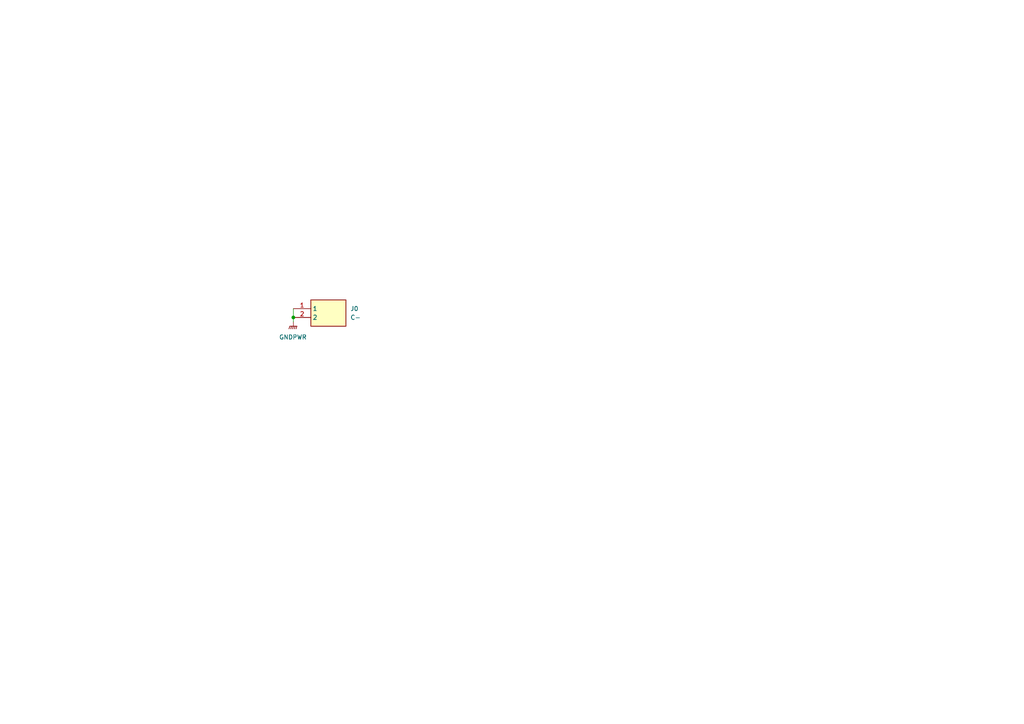
<source format=kicad_sch>
(kicad_sch (version 20211123) (generator eeschema)
  (paper "A4")
  (lib_symbols
    (symbol "SpadeLugs:19705-4303"
      (property "Value" "19705-4303" (at 0 0 0))
      (property "Reference_1" "J" (at 16.51 7.62 0))
      (property "Value_1" "19705-4303" (at 16.51 5.08 0))
      (symbol "19705-4303_1_1"
        (rectangle (start 5.08 2.54) (end 15.24 -5.08) (stroke (width 0.254)) (fill (type background)))
        (pin passive line (at 0 0 0) (length 5.08) (name "1") (number "1"))
        (pin passive line (at 0 -2.54 0) (length 5.08) (name "2") (number "2"))
      )
    )
    (symbol "power:GNDPWR" (power) (pin_names (offset 0))
      (property "Value" "GNDPWR" (at 0 -3.302 0))
      (symbol "GNDPWR_0_1"
        (polyline (pts (xy 0 -1.27) (xy 0 0)))
        (polyline (pts (xy -1.016 -1.27) (xy -1.27 -2.032) (xy -1.27 -2.032)) (stroke (width 0.2032)))
        (polyline (pts (xy -0.508 -1.27) (xy -0.762 -2.032) (xy -0.762 -2.032)) (stroke (width 0.2032)))
        (polyline (pts (xy 0 -1.27) (xy -0.254 -2.032) (xy -0.254 -2.032)) (stroke (width 0.2032)))
        (polyline (pts (xy 0.508 -1.27) (xy 0.254 -2.032) (xy 0.254 -2.032)) (stroke (width 0.2032)))
        (polyline (pts (xy 1.016 -1.27) (xy -1.016 -1.27) (xy -1.016 -1.27)) (stroke (width 0.2032)))
        (polyline (pts (xy 1.016 -1.27) (xy 0.762 -2.032) (xy 0.762 -2.032) (xy 0.762 -2.032)) (stroke (width 0.2032)))
      )
      (symbol "GNDPWR_1_1"
        (pin power_in line (at 0 0 270) (length 0) hide (name "GNDPWR") (number "1"))
      )
    )
  )
  (junction (at 85.09 92.075))
  (wire (pts (xy 85.09 89.535) (xy 85.09 92.075)))
  (wire (pts (xy 85.09 92.075) (xy 85.09 93.345)))
  (symbol (lib_id "power:GNDPWR") (at 85.09 93.345 0) (unit 1)
    (property "Reference" "#PWR?" (effects hide))
    (property "Value" "GNDPWR" (at 84.963 97.79 0))
  )
  (symbol (lib_id "SpadeLugs:19705-4303") (at 85.09 89.535 0) (unit 1)
    (property "Reference" "J0" (at 101.6 89.5349 0) (effects (justify left)))
    (property "Value" "C-" (at 101.6 92.0749 0) (effects (justify left)))
    (property "Footprint" "SpadeLugs:197054303" (effects hide))
    (property "Reference_1" "J" (effects hide))
    (property "Value_1" "19705-4303" (effects hide))
    (property "Footprint_1" "197054303" (effects hide))
    (property "Datasheet_1" "https://www.molex.com/pdm_docs/sd/197054303_sd.pdf" (effects hide))
    (property "Height" "10.29" (effects hide))
    (property "Mouser Part Number" "538-19705-4303" (effects hide))
    (property "Mouser Price/Stock" "https://www.mouser.co.uk/ProductDetail/Molex/19705-4303?qs=wUVoC1r15A95qxZWcZMf%252Bw%3D%3D" (effects hide))
    (property "Manufacturer_Name" "Molex" (effects hide))
    (property "Manufacturer_Part_Number" "19705-4303" (effects hide))
  )
)
</source>
